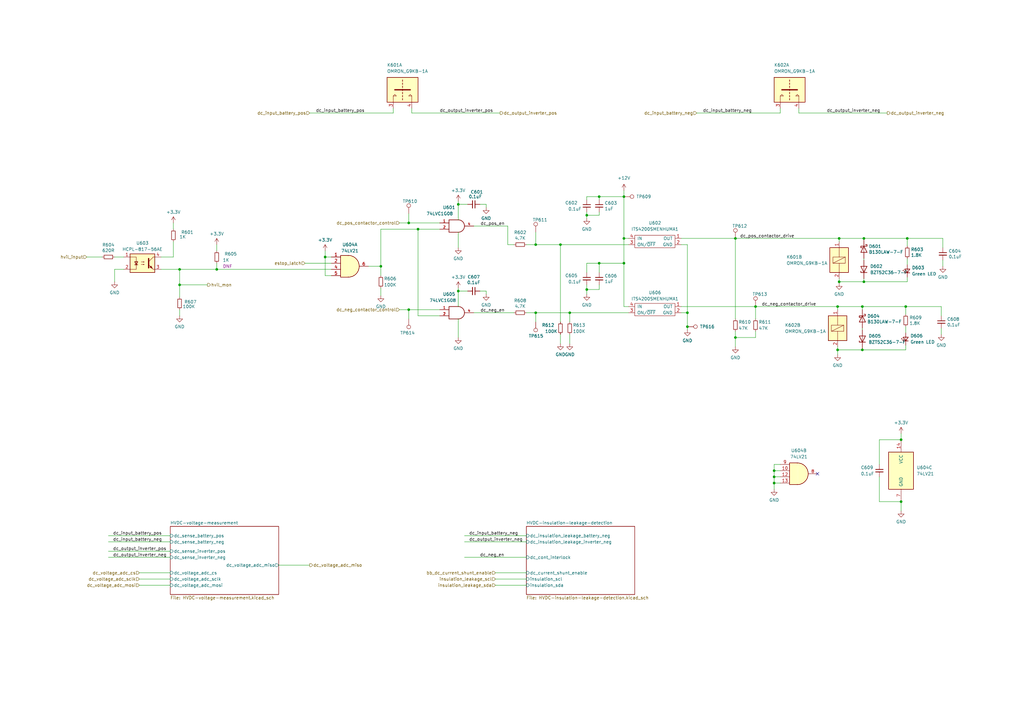
<source format=kicad_sch>
(kicad_sch (version 20230121) (generator eeschema)
  (paper "A3")
  (title_block (title "xx-xxx-PCB-001 Charger Control (HV1) Board") (date "2023-10-18") (rev "0.a") (company "Indra Renewable Technologies Ltd"))
  (lib_symbols
    (symbol "+12V_1" (power) (pin_names (offset 0))
      (property "Value" "+12V_1" (at 0 3.556 0))
      (symbol "+12V_1_1_1"
        (pin power_in line (at 0 0 90) (length 0) hide (name "+12V") (number "1"))
      )
    )
    (symbol "+3.3V_1" (power) (pin_names (offset 0))
      (property "Value" "+3.3V_1" (at 0 3.556 0))
      (symbol "+3.3V_1_1_1"
        (pin power_in line (at 0 0 90) (length 0) hide (name "+3.3V") (number "1"))
      )
    )
    (symbol "74xGxx:74LVC1G08" (pin_names (offset 1.016))
      (property "Reference" "U" (at -2.54 3.81 0))
      (property "Value" "74LVC1G08" (at 0 -3.81 0))
      (symbol "74LVC1G08_1_1"
        (pin input line (at -7.62 1.27 0) (length 3.81) (name "~") (number "1"))
        (pin input line (at -7.62 -1.27 0) (length 3.81) (name "~") (number "2"))
        (pin power_in line (at 0 -2.54 270) (length 0) hide (name "GND") (number "3"))
        (pin output line (at 6.35 0 180) (length 3.81) (name "~") (number "4"))
        (pin power_in line (at 0 2.54 90) (length 0) hide (name "VCC") (number "5"))
      )
    )
    (symbol "Connector:TestPoint" (pin_numbers hide) (pin_names (offset 0.762) hide)
      (property "Reference" "TP" (at 0 6.858 0))
      (property "Value" "TestPoint" (at 0 5.08 0))
      (symbol "TestPoint_1_1"
        (pin passive line (at 0 0 90) (length 2.54) (name "1") (number "1"))
      )
    )
    (symbol "Device:C_Small" (pin_numbers hide) (pin_names (offset 0.254) hide)
      (property "Reference" "C" (at 0.254 1.778 0))
      (property "Value" "C_Small" (at 0.254 -2.032 0))
      (symbol "C_Small_1_1"
        (pin passive line (at 0 2.54 270) (length 2.032) (name "~") (number "1"))
        (pin passive line (at 0 -2.54 90) (length 2.032) (name "~") (number "2"))
      )
    )
    (symbol "Device:D_Schottky" (pin_numbers hide) (pin_names (offset 1.016) hide)
      (property "Reference" "D" (at 0 2.54 0))
      (property "Value" "D_Schottky" (at 0 -2.54 0))
      (symbol "D_Schottky_1_1"
        (pin passive line (at -3.81 0 0) (length 2.54) (name "K") (number "1"))
        (pin passive line (at 3.81 0 180) (length 2.54) (name "A") (number "2"))
      )
    )
    (symbol "Device:D_Zener" (pin_numbers hide) (pin_names (offset 1.016) hide)
      (property "Reference" "D" (at 0 2.54 0))
      (property "Value" "D_Zener" (at 0 -2.54 0))
      (symbol "D_Zener_1_1"
        (pin passive line (at -3.81 0 0) (length 2.54) (name "K") (number "1"))
        (pin passive line (at 3.81 0 180) (length 2.54) (name "A") (number "2"))
      )
    )
    (symbol "Device:LED_Small" (pin_numbers hide) (pin_names (offset 0.254) hide)
      (property "Reference" "D" (at -1.27 3.175 0))
      (property "Value" "LED_Small" (at -4.445 -2.54 0))
      (symbol "LED_Small_1_1"
        (pin passive line (at -2.54 0 0) (length 1.778) (name "K") (number "1"))
        (pin passive line (at 2.54 0 180) (length 1.778) (name "A") (number "2"))
      )
    )
    (symbol "Device:R_Small" (pin_numbers hide) (pin_names (offset 0.254) hide)
      (property "Reference" "R" (at 0.762 0.508 0))
      (property "Value" "R_Small" (at 0.762 -1.016 0))
      (symbol "R_Small_1_1"
        (pin passive line (at 0 2.54 270) (length 0.762) (name "~") (number "1"))
        (pin passive line (at 0 -2.54 90) (length 0.762) (name "~") (number "2"))
      )
    )
    (symbol "GND_1" (power) (pin_names (offset 0))
      (property "Value" "GND_1" (at 0 -3.81 0))
      (symbol "GND_1_1_1"
        (pin power_in line (at 0 0 270) (length 0) hide (name "GND") (number "1"))
      )
    )
    (symbol "hw-v2x-play1_1-power-board:74LV21" (pin_names (offset 1.016))
      (property "Reference" "U604" (at 0 9.525 0))
      (property "Value" "74LV21" (at 0 7.2136 0))
      (symbol "74LV21_1_1"
        (pin input line (at -7.62 3.81 0) (length 3.81) (name "~") (number "1"))
        (pin input line (at -7.62 1.27 0) (length 3.81) (name "~") (number "2"))
        (pin input line (at -7.62 -1.27 0) (length 3.81) (name "~") (number "4"))
        (pin input line (at -7.62 -3.81 0) (length 3.81) (name "~") (number "5"))
        (pin output line (at 7.62 0 180) (length 3.81) (name "~") (number "6"))
      )
      (symbol "74LV21_1_2"
        (pin input inverted (at -7.62 3.81 0) (length 3.81) (name "~") (number "1"))
        (pin input inverted (at -7.62 1.27 0) (length 4.826) (name "~") (number "2"))
        (pin input inverted (at -7.62 -1.27 0) (length 4.826) (name "~") (number "4"))
        (pin input inverted (at -7.62 -3.81 0) (length 3.81) (name "~") (number "5"))
      )
      (symbol "74LV21_2_1"
        (pin input line (at -7.62 1.27 0) (length 3.81) (name "~") (number "10"))
        (pin input line (at -7.62 -1.27 0) (length 3.81) (name "~") (number "12"))
        (pin input line (at -7.62 -3.81 0) (length 3.81) (name "~") (number "13"))
        (pin output line (at 7.62 0 180) (length 3.81) (name "~") (number "8"))
        (pin input line (at -7.62 3.81 0) (length 3.81) (name "~") (number "9"))
      )
      (symbol "74LV21_2_2"
        (pin input inverted (at -7.62 1.27 0) (length 4.826) (name "~") (number "10"))
        (pin input inverted (at -7.62 -1.27 0) (length 4.826) (name "~") (number "12"))
        (pin input inverted (at -7.62 -3.81 0) (length 3.81) (name "~") (number "13"))
        (pin input inverted (at -7.62 3.81 0) (length 3.81) (name "~") (number "9"))
      )
      (symbol "74LV21_3_0"
        (pin power_in line (at 0 12.7 270) (length 5.08) (name "VCC") (number "14"))
        (pin power_in line (at 0 -12.7 90) (length 5.08) (name "GND") (number "7"))
      )
    )
    (symbol "hw-v2x-play1_1-power-board:HCPL-817-56AE"
      (property "Reference" "U603" (at 0 8.255 0))
      (property "Value" "HCPL-817-56AE" (at 0 5.9436 0))
      (symbol "HCPL-817-56AE_1_1"
        (pin passive line (at -7.62 2.54 0) (length 2.54) (name "~") (number "1"))
        (pin passive line (at -7.62 -2.54 0) (length 2.54) (name "~") (number "2"))
        (pin passive line (at 7.62 -2.54 180) (length 2.54) (name "~") (number "3"))
        (pin passive line (at 7.62 2.54 180) (length 2.54) (name "~") (number "4"))
      )
    )
    (symbol "hw-v2x-play1_1-power-board:ITS4200SMENHUMA1" (pin_names (offset 1.016))
      (property "Reference" "U602" (at 1.905 11.43 0))
      (property "Value" "ITS4200SMENHUMA1" (at 1.905 8.89 0))
      (symbol "ITS4200SMENHUMA1_1_1"
        (pin power_out line (at 12.7 5.08 180) (length 2.4892) (name "OUT") (number "1"))
        (pin power_in line (at 12.7 2.54 180) (length 2.4892) (name "GND") (number "2"))
        (pin input line (at -8.89 2.54 0) (length 2.4892) (name "ON/~{OFF}") (number "3"))
        (pin power_in line (at -8.89 5.08 0) (length 2.4892) (name "IN") (number "4"))
      )
    )
    (symbol "hw-v2x-play1_1-power-board:OMRON_G9KB-1A" (pin_names (offset 0.9906) hide)
      (property "Reference" "K1301" (at -2.54 5.08 0))
      (property "Value" "OMRON_G9KB-1A" (at 0 2.54 0))
      (symbol "OMRON_G9KB-1A_1_1"
        (pin passive line (at -3.81 -11.43 90) (length 2.54) (name "~") (number "3"))
        (pin passive line (at 3.81 -11.43 90) (length 2.54) (name "~") (number "4"))
      )
      (symbol "OMRON_G9KB-1A_2_1"
        (pin passive line (at 0 0 0) (length 2.54) (name "~") (number "1"))
        (pin passive line (at 15.24 0 180) (length 2.54) (name "~") (number "2"))
      )
    )
  )
  (junction (at 167.64 127))
  (junction (at 317.5 193.04))
  (junction (at 344.17 115.57))
  (junction (at 229.87 100.33))
  (junction (at 156.21 109.22))
  (junction (at 187.96 83.82))
  (junction (at 73.66 116.84))
  (junction (at 255.905 97.79))
  (junction (at 187.96 119.38))
  (junction (at 317.5 195.58))
  (junction (at 281.94 133.985))
  (junction (at 343.535 125.73))
  (junction (at 245.745 107.95))
  (junction (at 309.88 125.73))
  (junction (at 369.57 180.34))
  (junction (at 73.66 110.49))
  (junction (at 219.71 100.33))
  (junction (at 133.35 105.41))
  (junction (at 371.475 125.73))
  (junction (at 317.5 198.12))
  (junction (at 369.57 205.74))
  (junction (at 255.905 107.95))
  (junction (at 301.625 97.79))
  (junction (at 167.64 91.44))
  (junction (at 240.665 88.265))
  (junction (at 344.17 97.79))
  (junction (at 354.33 115.57))
  (junction (at 353.695 143.51))
  (junction (at 171.45 93.98))
  (junction (at 233.68 128.27))
  (junction (at 240.665 118.745))
  (junction (at 301.625 138.43))
  (junction (at 353.695 125.73))
  (junction (at 219.71 128.27))
  (junction (at 372.11 97.79))
  (junction (at 255.905 80.645))
  (junction (at 343.535 143.51))
  (junction (at 354.33 97.79))
  (junction (at 245.745 80.645))
  (junction (at 88.9 110.49))
  (junction (at 281.94 128.27))
  (no_connect (at 335.28 194.31))
  (wire (pts (xy 279.4 125.73) (xy 309.88 125.73)))
  (wire (pts (xy 240.665 118.745) (xy 240.665 120.65)))
  (wire (pts (xy 156.21 109.22) (xy 156.21 93.98)))
  (wire (pts (xy 133.35 105.41) (xy 133.35 113.03)))
  (wire (pts (xy 371.475 143.51) (xy 353.695 143.51)))
  (wire (pts (xy 199.39 83.82) (xy 199.39 85.09)))
  (wire (pts (xy 35.56 105.41) (xy 41.91 105.41)))
  (wire (pts (xy 57.15 237.49) (xy 69.85 237.49)))
  (wire (pts (xy 180.34 129.54) (xy 171.45 129.54)))
  (wire (pts (xy 301.625 97.79) (xy 344.17 97.79)))
  (wire (pts (xy 44.45 226.06) (xy 69.85 226.06)))
  (wire (pts (xy 245.745 80.645) (xy 240.665 80.645)))
  (wire (pts (xy 229.87 132.08) (xy 229.87 100.33)))
  (wire (pts (xy 187.96 138.43) (xy 187.96 130.81)))
  (wire (pts (xy 309.88 135.89) (xy 309.88 138.43)))
  (wire (pts (xy 240.665 116.84) (xy 240.665 118.745)))
  (wire (pts (xy 171.45 93.98) (xy 171.45 129.54)))
  (wire (pts (xy 353.695 134.62) (xy 353.695 135.255)))
  (wire (pts (xy 371.475 125.73) (xy 371.475 128.905)))
  (wire (pts (xy 66.04 105.41) (xy 71.12 105.41)))
  (wire (pts (xy 240.665 118.745) (xy 245.745 118.745)))
  (wire (pts (xy 369.57 177.8) (xy 369.57 180.34)))
  (wire (pts (xy 343.535 143.51) (xy 343.535 145.415)))
  (wire (pts (xy 190.5 222.25) (xy 215.9 222.25)))
  (wire (pts (xy 372.11 97.79) (xy 372.11 100.965)))
  (wire (pts (xy 71.12 91.44) (xy 71.12 93.98)))
  (wire (pts (xy 168.91 44.45) (xy 168.91 46.355)))
  (wire (pts (xy 344.17 99.06) (xy 344.17 97.79)))
  (wire (pts (xy 240.665 88.265) (xy 240.665 89.535)))
  (wire (pts (xy 73.66 110.49) (xy 73.66 116.84)))
  (wire (pts (xy 156.21 109.22) (xy 156.21 113.03)))
  (wire (pts (xy 44.45 219.71) (xy 69.85 219.71)))
  (wire (pts (xy 354.33 106.045) (xy 354.33 106.68)))
  (wire (pts (xy 167.64 130.81) (xy 167.64 127)))
  (wire (pts (xy 73.66 129.54) (xy 73.66 127)))
  (wire (pts (xy 156.21 121.285) (xy 156.21 118.11)))
  (wire (pts (xy 196.85 119.38) (xy 199.39 119.38)))
  (wire (pts (xy 233.68 128.27) (xy 257.81 128.27)))
  (wire (pts (xy 372.11 115.57) (xy 354.33 115.57)))
  (wire (pts (xy 187.96 82.55) (xy 187.96 83.82)))
  (wire (pts (xy 127 46.355) (xy 161.29 46.355)))
  (wire (pts (xy 168.91 46.355) (xy 205.105 46.355)))
  (wire (pts (xy 167.64 91.44) (xy 180.34 91.44)))
  (wire (pts (xy 191.77 119.38) (xy 187.96 119.38)))
  (wire (pts (xy 372.11 97.79) (xy 386.715 97.79)))
  (wire (pts (xy 46.99 105.41) (xy 50.8 105.41)))
  (wire (pts (xy 386.715 101.6) (xy 386.715 97.79)))
  (wire (pts (xy 354.33 97.79) (xy 372.11 97.79)))
  (wire (pts (xy 71.12 99.06) (xy 71.12 105.41)))
  (wire (pts (xy 320.04 190.5) (xy 317.5 190.5)))
  (wire (pts (xy 369.57 205.74) (xy 369.57 209.55)))
  (wire (pts (xy 208.28 92.71) (xy 208.28 100.33)))
  (wire (pts (xy 327.66 46.355) (xy 363.855 46.355)))
  (wire (pts (xy 191.77 83.82) (xy 187.96 83.82)))
  (wire (pts (xy 354.33 98.425) (xy 354.33 97.79)))
  (wire (pts (xy 320.04 198.12) (xy 317.5 198.12)))
  (wire (pts (xy 279.4 100.33) (xy 281.94 100.33)))
  (wire (pts (xy 255.905 97.79) (xy 255.905 107.95)))
  (wire (pts (xy 161.29 44.45) (xy 161.29 46.355)))
  (wire (pts (xy 255.905 107.95) (xy 255.905 125.73)))
  (wire (pts (xy 245.745 116.84) (xy 245.745 118.745)))
  (wire (pts (xy 187.96 83.82) (xy 187.96 90.17)))
  (wire (pts (xy 171.45 93.98) (xy 180.34 93.98)))
  (wire (pts (xy 353.695 142.875) (xy 353.695 143.51)))
  (wire (pts (xy 343.535 127) (xy 343.535 125.73)))
  (wire (pts (xy 229.87 140.97) (xy 229.87 137.16)))
  (wire (pts (xy 309.88 125.73) (xy 343.535 125.73)))
  (wire (pts (xy 219.71 128.27) (xy 219.71 132.08)))
  (wire (pts (xy 281.94 128.27) (xy 279.4 128.27)))
  (wire (pts (xy 240.665 107.95) (xy 245.745 107.95)))
  (wire (pts (xy 245.745 81.915) (xy 245.745 80.645)))
  (wire (pts (xy 317.5 193.04) (xy 317.5 195.58)))
  (wire (pts (xy 66.04 110.49) (xy 73.66 110.49)))
  (wire (pts (xy 196.85 83.82) (xy 199.39 83.82)))
  (wire (pts (xy 88.9 107.95) (xy 88.9 110.49)))
  (wire (pts (xy 281.94 128.27) (xy 281.94 133.985)))
  (wire (pts (xy 343.535 125.73) (xy 353.695 125.73)))
  (wire (pts (xy 151.13 109.22) (xy 156.21 109.22)))
  (wire (pts (xy 156.21 93.98) (xy 171.45 93.98)))
  (wire (pts (xy 187.96 101.6) (xy 187.96 95.25)))
  (wire (pts (xy 371.475 125.73) (xy 386.08 125.73)))
  (wire (pts (xy 187.96 119.38) (xy 187.96 118.11)))
  (wire (pts (xy 279.4 97.79) (xy 301.625 97.79)))
  (wire (pts (xy 317.5 190.5) (xy 317.5 193.04)))
  (wire (pts (xy 371.475 133.985) (xy 371.475 136.525)))
  (wire (pts (xy 219.71 100.33) (xy 229.87 100.33)))
  (wire (pts (xy 372.11 113.665) (xy 372.11 115.57)))
  (wire (pts (xy 46.99 115.57) (xy 46.99 110.49)))
  (wire (pts (xy 163.83 127) (xy 167.64 127)))
  (wire (pts (xy 135.89 107.95) (xy 125.095 107.95)))
  (wire (pts (xy 320.04 193.04) (xy 317.5 193.04)))
  (wire (pts (xy 285.75 46.355) (xy 320.04 46.355)))
  (wire (pts (xy 203.2 237.49) (xy 215.9 237.49)))
  (wire (pts (xy 203.2 240.03) (xy 215.9 240.03)))
  (wire (pts (xy 199.39 119.38) (xy 199.39 120.65)))
  (wire (pts (xy 190.5 219.71) (xy 215.9 219.71)))
  (wire (pts (xy 219.71 128.27) (xy 233.68 128.27)))
  (wire (pts (xy 327.66 46.355) (xy 327.66 44.45)))
  (wire (pts (xy 73.66 110.49) (xy 88.9 110.49)))
  (wire (pts (xy 245.745 107.95) (xy 245.745 111.76)))
  (wire (pts (xy 114.3 231.775) (xy 127 231.775)))
  (wire (pts (xy 85.09 116.84) (xy 73.66 116.84)))
  (wire (pts (xy 240.665 88.265) (xy 240.665 86.995)))
  (wire (pts (xy 167.64 127) (xy 180.34 127)))
  (wire (pts (xy 360.68 205.74) (xy 369.57 205.74)))
  (wire (pts (xy 73.66 116.84) (xy 73.66 121.92)))
  (wire (pts (xy 44.45 222.25) (xy 69.85 222.25)))
  (wire (pts (xy 281.94 100.33) (xy 281.94 128.27)))
  (wire (pts (xy 343.535 142.24) (xy 343.535 143.51)))
  (wire (pts (xy 240.665 80.645) (xy 240.665 81.915)))
  (wire (pts (xy 46.99 110.49) (xy 50.8 110.49)))
  (wire (pts (xy 255.905 80.645) (xy 245.745 80.645)))
  (wire (pts (xy 344.17 115.57) (xy 354.33 115.57)))
  (wire (pts (xy 133.35 102.87) (xy 133.35 105.41)))
  (wire (pts (xy 317.5 195.58) (xy 320.04 195.58)))
  (wire (pts (xy 88.9 100.33) (xy 88.9 102.87)))
  (wire (pts (xy 229.87 100.33) (xy 257.81 100.33)))
  (wire (pts (xy 245.745 88.265) (xy 240.665 88.265)))
  (wire (pts (xy 344.17 97.79) (xy 354.33 97.79)))
  (wire (pts (xy 57.15 240.03) (xy 69.85 240.03)))
  (wire (pts (xy 360.68 190.5) (xy 360.68 180.34)))
  (wire (pts (xy 215.9 128.27) (xy 219.71 128.27)))
  (wire (pts (xy 386.715 106.68) (xy 386.715 109.22)))
  (wire (pts (xy 360.68 180.34) (xy 369.57 180.34)))
  (wire (pts (xy 163.83 91.44) (xy 167.64 91.44)))
  (wire (pts (xy 245.745 107.95) (xy 255.905 107.95)))
  (wire (pts (xy 344.17 115.57) (xy 344.17 116.205)))
  (wire (pts (xy 386.08 129.54) (xy 386.08 125.73)))
  (wire (pts (xy 353.695 125.73) (xy 371.475 125.73)))
  (wire (pts (xy 203.2 234.95) (xy 215.9 234.95)))
  (wire (pts (xy 301.625 142.24) (xy 301.625 138.43)))
  (wire (pts (xy 44.45 228.6) (xy 69.85 228.6)))
  (wire (pts (xy 317.5 195.58) (xy 317.5 198.12)))
  (wire (pts (xy 281.94 135.255) (xy 281.94 133.985)))
  (wire (pts (xy 301.625 97.79) (xy 301.625 130.81)))
  (wire (pts (xy 187.96 119.38) (xy 187.96 125.73)))
  (wire (pts (xy 309.88 130.81) (xy 309.88 125.73)))
  (wire (pts (xy 386.08 134.62) (xy 386.08 137.16)))
  (wire (pts (xy 344.17 114.3) (xy 344.17 115.57)))
  (wire (pts (xy 317.5 198.12) (xy 317.5 200.66)))
  (wire (pts (xy 133.35 105.41) (xy 135.89 105.41)))
  (wire (pts (xy 354.33 114.3) (xy 354.33 115.57)))
  (wire (pts (xy 233.68 128.27) (xy 233.68 132.08)))
  (wire (pts (xy 360.68 195.58) (xy 360.68 205.74)))
  (wire (pts (xy 233.68 140.97) (xy 233.68 137.16)))
  (wire (pts (xy 371.475 141.605) (xy 371.475 143.51)))
  (wire (pts (xy 194.31 128.27) (xy 210.82 128.27)))
  (wire (pts (xy 215.9 100.33) (xy 219.71 100.33)))
  (wire (pts (xy 372.11 106.045) (xy 372.11 108.585)))
  (wire (pts (xy 255.905 97.79) (xy 257.81 97.79)))
  (wire (pts (xy 245.745 88.265) (xy 245.745 86.995)))
  (wire (pts (xy 343.535 143.51) (xy 353.695 143.51)))
  (wire (pts (xy 88.9 110.49) (xy 135.89 110.49)))
  (wire (pts (xy 240.665 111.76) (xy 240.665 107.95)))
  (wire (pts (xy 210.82 100.33) (xy 208.28 100.33)))
  (wire (pts (xy 257.81 125.73) (xy 255.905 125.73)))
  (wire (pts (xy 57.15 234.95) (xy 69.85 234.95)))
  (wire (pts (xy 309.88 138.43) (xy 301.625 138.43)))
  (wire (pts (xy 190.5 228.6) (xy 215.9 228.6)))
  (wire (pts (xy 255.905 78.105) (xy 255.905 80.645)))
  (wire (pts (xy 301.625 138.43) (xy 301.625 135.89)))
  (wire (pts (xy 353.695 127) (xy 353.695 125.73)))
  (wire (pts (xy 219.71 95.25) (xy 219.71 100.33)))
  (wire (pts (xy 208.28 92.71) (xy 194.31 92.71)))
  (wire (pts (xy 167.64 87.63) (xy 167.64 91.44)))
  (wire (pts (xy 255.905 80.645) (xy 255.905 97.79)))
  (wire (pts (xy 135.89 113.03) (xy 133.35 113.03)))
  (wire (pts (xy 320.04 44.45) (xy 320.04 46.355)))
  (label "dc_neg_en" (at 207.01 128.27 180))
  (label "dc_input_battery_pos" (at 129.54 46.355 0))
  (label "dc_input_battery_neg" (at 46.355 222.25 0))
  (label "dc_neg_en" (at 196.85 228.6 0))
  (label "dc_pos_contactor_drive" (at 303.53 97.79 0))
  (label "dc_pos_en" (at 207.01 92.71 180))
  (label "dc_input_battery_neg" (at 192.405 219.71 0))
  (label "dc_output_inverter_pos" (at 180.34 46.355 0))
  (label "dc_output_inverter_neg" (at 192.405 222.25 0))
  (label "dc_output_inverter_neg" (at 339.09 46.355 0))
  (label "dc_neg_contactor_drive" (at 312.42 125.73 0))
  (label "dc_output_inverter_neg" (at 46.355 228.6 0))
  (label "dc_input_battery_pos" (at 46.355 219.71 0))
  (label "dc_output_inverter_pos" (at 46.355 226.06 0))
  (label "dc_input_battery_neg" (at 288.29 46.355 0))
  (hierarchical_label "dc_voltage_adc_cs" (shape input) (at 57.15 234.95 180))
  (hierarchical_label "dc_output_inverter_neg" (shape output) (at 363.855 46.355 0))
  (hierarchical_label "dc_pos_contactor_control" (shape input) (at 163.83 91.44 180))
  (hierarchical_label "dc_voltage_adc_mosi" (shape input) (at 57.15 240.03 180))
  (hierarchical_label "hvil_mon" (shape output) (at 85.09 116.84 0))
  (hierarchical_label "hvil_input" (shape input) (at 35.56 105.41 180))
  (hierarchical_label "dc_voltage_adc_sclk" (shape input) (at 57.15 237.49 180))
  (hierarchical_label "dc_input_battery_pos" (shape input) (at 127 46.355 180))
  (hierarchical_label "dc_voltage_adc_miso" (shape output) (at 127 231.775 0))
  (hierarchical_label "insulation_leakage_sda" (shape input) (at 203.2 240.03 180))
  (hierarchical_label "bb_dc_current_shunt_enable" (shape input) (at 203.2 234.95 180))
  (hierarchical_label "dc_input_battery_neg" (shape input) (at 285.75 46.355 180))
  (hierarchical_label "dc_output_inverter_pos" (shape output) (at 205.105 46.355 0))
  (hierarchical_label "dc_neg_contactor_control" (shape input) (at 163.83 127 180))
  (hierarchical_label "insulation_leakage_scl" (shape input) (at 203.2 237.49 180))
  (hierarchical_label "estop_latch" (shape input) (at 125.095 107.95 180))
  (symbol (lib_id "Device:LED_Small") (at 372.11 111.125 90) (unit 1)
    (property "Reference" "D603" (at 374.015 109.7914 90) (effects (justify right)))
    (property "Value" "Green LED" (at 374.015 112.3314 90) (effects (justify right)))
    (property "Footprint" "LED_SMD:LED_0603_1608Metric" (effects hide))
    (property "Manufacturer" "Inolux" (effects hide))
    (property "Manufacturer Part Number" "IN-S63AT5G" (effects hide))
    (property "Voltage" "2V" (effects hide))
    (property "Characteristics" "5mA" (effects hide))
    (instances (project "hw-v2x-power-board-high-v" (path "" (reference "D603") (unit 1))) (project "hw-v2x-power-board" (path "" (reference "D1304") (unit 1))))
  )
  (symbol (lib_id "Device:D_Zener") (at 354.33 110.49 90) (unit 1)
    (property "Reference" "D602" (at 356.87 109.2199 90) (effects (justify right)))
    (property "Value" "BZT52C36-7-F" (at 356.87 111.7599 90) (effects (justify right)))
    (property "Footprint" "Diode_SMD:D_SOD-123" (effects hide))
    (property "Datasheet" "https://www.farnell.com/datasheets/2704937.pdf" (effects hide))
    (property "Manufacturer" "Diodes Inc" (effects hide))
    (property "Manufacturer Part Number" "BZT52C36-7-F" (effects hide))
    (property "Voltage" "36V" (effects hide))
    (property "Power" "500mW" (effects hide))
    (instances (project "hw-v2x-power-board-high-v" (path "" (reference "D602") (unit 1))) (project "hw-v2x-power-board" (path "" (reference "D1306") (unit 1))))
  )
  (symbol (lib_id "hw-v2x-play1_1-power-board:OMRON_G9KB-1A") (at 323.85 33.02 0) (unit 1)
    (property "Reference" "K602" (at 317.5 26.67 0) (effects (justify left)))
    (property "Value" "OMRON_G9KB-1A" (at 317.5 29.21 0) (effects (justify left)))
    (property "Footprint" "hw-v2x-play1_1-power-board:G9KB-1A_DCxx" (effects hide))
    (property "Datasheet" "https://components.omron.com/eu-en/datasheet_pdf/K340-E1.pdf" (effects hide))
    (property "Manufacturer" "OMRON" (effects hide))
    (property "Manfuacturer Part Number" "G9KB-1A-DC12" (effects hide))
  )
  (symbol (lib_name "GND_1") (lib_id "power:GND") (at 240.665 120.65 0) (unit 1)
    (property "Reference" "#PWR0230" (effects hide))
    (property "Value" "GND" (at 240.665 125.095 0))
    (instances (project "hw-v2x-power-board-high-v" (path "" (reference "#PWR0230") (unit 1)) (path "" (reference "#PWR0636") (unit 1))))
  )
  (symbol (lib_name "GND_1") (lib_id "power:GND") (at 301.625 142.24 0) (unit 1)
    (property "Reference" "#PWR0230" (effects hide))
    (property "Value" "GND" (at 301.625 146.685 0))
    (instances (project "hw-v2x-power-board-high-v" (path "" (reference "#PWR0230") (unit 1)) (path "" (reference "#PWR0639") (unit 1))))
  )
  (symbol (lib_name "+12V_1") (lib_id "power:+12V") (at 255.905 78.105 0) (unit 1)
    (property "Reference" "#PWR0613" (effects hide))
    (property "Value" "+12V" (at 255.905 73.025 0))
  )
  (symbol (lib_id "Device:C_Small") (at 360.68 193.04 0) (unit 1)
    (property "Reference" "C609" (at 353.06 191.77 0) (effects (justify left)))
    (property "Value" "0.1uF" (at 353.06 194.31 0) (effects (justify left)))
    (property "Footprint" "Capacitor_SMD:C_0402_1005Metric" (effects hide))
    (property "Voltage" "50V" (effects hide))
    (property "Characteristics" "X7R" (effects hide))
    (property "Tolerance" "10%" (effects hide))
    (instances (project "hw-v2x-power-board-high-v" (path "" (reference "C609") (unit 1))) (project "hw-v2x-power-board" (path "" (reference "C1305") (unit 1))))
  )
  (symbol (lib_name "GND_1") (lib_id "power:GND") (at 46.99 115.57 0) (unit 1)
    (property "Reference" "#PWR0230" (effects hide))
    (property "Value" "GND" (at 46.99 120.015 0))
    (instances (project "hw-v2x-power-board-high-v" (path "" (reference "#PWR0230") (unit 1)) (path "" (reference "#PWR0627") (unit 1))))
  )
  (symbol (lib_id "Device:R_Small") (at 372.11 103.505 180) (unit 1)
    (property "Reference" "R603" (at 373.6086 102.3366 0) (effects (justify right)))
    (property "Value" "1.8K" (at 373.6086 104.648 0) (effects (justify right)))
    (property "Footprint" "Resistor_SMD:R_0603_1608Metric" (effects hide))
    (property "Tolerance" "1%" (effects hide))
    (property "Voltage" "50V" (effects hide))
    (instances (project "hw-v2x-power-board-high-v" (path "" (reference "R603") (unit 1))) (project "hw-v2x-power-board" (path "" (reference "R1313") (unit 1))))
  )
  (symbol (lib_id "Connector:TestPoint") (at 167.64 130.81 180) (unit 1)
    (property "Reference" "TP614" (at 170.18 136.525 0) (effects (justify left)))
    (property "Value" "TestPoint" (effects hide))
    (property "Footprint" "hw-v5mobo-cem-demo:TestPoint_Pad_FD1.0mm_BD2.0mm_TH_with_pos" (effects hide))
    (instances (project "hw-v2x-power-board-high-v" (path "" (reference "TP614") (unit 1))) (project "hw-v2x-power-board" (path "" (reference "TP1302") (unit 1))))
  )
  (symbol (lib_id "hw-v2x-play1_1-power-board:OMRON_G9KB-1A") (at 344.17 99.06 270) (unit 2)
    (property "Reference" "K601" (at 322.58 105.41 90) (effects (justify left)))
    (property "Value" "OMRON_G9KB-1A" (at 322.58 107.95 90) (effects (justify left)))
    (property "Footprint" "hw-v2x-play1_1-power-board:G9KB-1A_DCxx" (effects hide))
    (property "Datasheet" "https://components.omron.com/eu-en/datasheet_pdf/K340-E1.pdf" (effects hide))
    (property "Manufacturer" "OMRON" (effects hide))
    (property "Manfuacturer Part Number" "G9KB-1A-DC12" (effects hide))
  )
  (symbol (lib_name "+3.3V_1") (lib_id "power:+3.3V") (at 369.57 177.8 0) (unit 1)
    (property "Reference" "#PWR0611" (effects hide))
    (property "Value" "+3.3V" (at 369.57 173.355 0))
  )
  (symbol (lib_id "Device:R_Small") (at 301.625 133.35 0) (unit 1)
    (property "Reference" "R610" (at 302.895 132.08 0) (effects (justify left)))
    (property "Value" "47K" (at 302.895 134.62 0) (effects (justify left)))
    (property "Footprint" "Resistor_SMD:R_0402_1005Metric" (effects hide))
    (property "Tolerance" "1%" (effects hide))
    (property "Voltage" "50V" (effects hide))
    (instances (project "hw-v2x-power-board-high-v" (path "" (reference "R610") (unit 1))) (project "hw-v2x-power-board" (path "" (reference "R1310") (unit 1))))
  )
  (symbol (lib_id "Device:R_Small") (at 88.9 105.41 180) (unit 1)
    (property "Reference" "R605" (at 94.615 104.14 0))
    (property "Value" "1K" (at 92.71 106.68 0))
    (property "Footprint" "Resistor_SMD:R_0402_1005Metric" (effects hide))
    (property "Tolerance" "1%" (effects hide))
    (property "Variant" "DNF" (at 93.345 109.22 0))
    (property "Voltage" "50V" (effects hide))
    (instances (project "hw-v2x-power-board-high-v" (path "" (reference "R605") (unit 1))) (project "hw-v2x-power-board" (path "" (reference "R1304") (unit 1))))
  )
  (symbol (lib_id "Connector:TestPoint") (at 255.905 80.645 270) (unit 1)
    (property "Reference" "TP609" (at 260.985 80.645 90) (effects (justify left)))
    (property "Value" "TestPoint" (effects hide))
    (property "Footprint" "hw-v5mobo-cem-demo:TestPoint_Pad_FD1.0mm_BD2.0mm_TH_with_pos" (effects hide))
    (instances (project "hw-v2x-power-board-high-v" (path "" (reference "TP609") (unit 1))) (project "hw-v2x-power-board" (path "" (reference "TP1305") (unit 1))))
  )
  (symbol (lib_name "+3.3V_1") (lib_id "power:+3.3V") (at 88.9 100.33 0) (unit 1)
    (property "Reference" "#PWR0604" (effects hide))
    (property "Value" "+3.3V" (at 88.9 95.885 0))
  )
  (symbol (lib_id "Device:R_Small") (at 44.45 105.41 270) (unit 1)
    (property "Reference" "R604" (at 44.45 100.4316 90))
    (property "Value" "620R" (at 44.45 102.743 90))
    (property "Footprint" "Resistor_SMD:R_1206_3216Metric" (effects hide))
    (property "Tolerance" "1%" (effects hide))
    (property "Voltage" "50V" (effects hide))
    (instances (project "hw-v2x-power-board-high-v" (path "" (reference "R604") (unit 1))) (project "hw-v2x-power-board" (path "" (reference "R1301") (unit 1))))
  )
  (symbol (lib_id "74xGxx:74LVC1G08") (at 187.96 92.71 0) (unit 1)
    (property "Reference" "U601" (at 184.15 85.09 0))
    (property "Value" "74LVC1G08" (at 180.34 87.63 0))
    (property "Footprint" "Package_TO_SOT_SMD:SOT-23-5" (effects hide))
    (property "Datasheet" "http://www.ti.com/lit/sg/scyt129e/scyt129e.pdf" (effects hide))
    (property "Manufacturer" "Nexperia" (effects hide))
    (property "Manufacturer Part Number" "74LVC1G08GW" (effects hide))
    (instances (project "hw-v2x-power-board-high-v" (path "" (reference "U601") (unit 1))) (project "hw-v2x-power-board" (path "" (reference "U1303") (unit 1))))
  )
  (symbol (lib_id "Device:R_Small") (at 213.36 100.33 270) (unit 1)
    (property "Reference" "R602" (at 213.36 95.3516 90))
    (property "Value" "4.7K" (at 213.36 97.663 90))
    (property "Footprint" "Resistor_SMD:R_0402_1005Metric" (effects hide))
    (property "Tolerance" "1%" (effects hide))
    (property "Voltage" "50V" (effects hide))
    (instances (project "hw-v2x-power-board-high-v" (path "" (reference "R602") (unit 1))) (project "hw-v2x-power-board" (path "" (reference "R1306") (unit 1))))
  )
  (symbol (lib_id "hw-v2x-play1_1-power-board:OMRON_G9KB-1A") (at 343.535 127 270) (unit 2)
    (property "Reference" "K602" (at 321.945 133.35 90) (effects (justify left)))
    (property "Value" "OMRON_G9KB-1A" (at 321.945 135.89 90) (effects (justify left)))
    (property "Footprint" "hw-v2x-play1_1-power-board:G9KB-1A_DCxx" (effects hide))
    (property "Datasheet" "https://components.omron.com/eu-en/datasheet_pdf/K340-E1.pdf" (effects hide))
    (property "Manufacturer" "OMRON" (effects hide))
    (property "Manfuacturer Part Number" "G9KB-1A-DC12" (effects hide))
  )
  (symbol (lib_name "GND_1") (lib_id "power:GND") (at 386.08 137.16 0) (unit 1)
    (property "Reference" "#PWR0230" (effects hide))
    (property "Value" "GND" (at 386.08 141.605 0))
    (instances (project "hw-v2x-power-board-high-v" (path "" (reference "#PWR0230") (unit 1)) (path "" (reference "#PWR0643") (unit 1))))
  )
  (symbol (lib_name "GND_1") (lib_id "power:GND") (at 317.5 200.66 0) (unit 1)
    (property "Reference" "#PWR0230" (effects hide))
    (property "Value" "GND" (at 317.5 205.105 0))
    (instances (project "hw-v2x-power-board-high-v" (path "" (reference "#PWR0230") (unit 1)) (path "" (reference "#PWR0645") (unit 1))))
  )
  (symbol (lib_name "GND_1") (lib_id "power:GND") (at 187.96 138.43 0) (unit 1)
    (property "Reference" "#PWR0230" (effects hide))
    (property "Value" "GND" (at 187.96 142.875 0))
    (instances (project "hw-v2x-power-board-high-v" (path "" (reference "#PWR0230") (unit 1)) (path "" (reference "#PWR0632") (unit 1))))
  )
  (symbol (lib_name "+3.3V_1") (lib_id "power:+3.3V") (at 133.35 102.87 0) (unit 1)
    (property "Reference" "#PWR0607" (effects hide))
    (property "Value" "+3.3V" (at 133.35 98.425 0))
  )
  (symbol (lib_name "GND_1") (lib_id "power:GND") (at 386.715 109.22 0) (unit 1)
    (property "Reference" "#PWR0230" (effects hide))
    (property "Value" "GND" (at 386.715 113.665 0))
    (instances (project "hw-v2x-power-board-high-v" (path "" (reference "#PWR0230") (unit 1)) (path "" (reference "#PWR0641") (unit 1))))
  )
  (symbol (lib_id "Device:R_Small") (at 71.12 96.52 180) (unit 1)
    (property "Reference" "R601" (at 76.835 95.25 0))
    (property "Value" "1K" (at 74.93 97.155 0))
    (property "Footprint" "Resistor_SMD:R_0402_1005Metric" (effects hide))
    (property "Tolerance" "1%" (effects hide))
    (property "Voltage" "50V" (effects hide))
    (instances (project "hw-v2x-power-board-high-v" (path "" (reference "R601") (unit 1))) (project "hw-v2x-power-board" (path "" (reference "R1302") (unit 1))))
  )
  (symbol (lib_id "Device:R_Small") (at 73.66 124.46 180) (unit 1)
    (property "Reference" "R607" (at 78.105 123.825 0))
    (property "Value" "100K" (at 77.47 125.73 0))
    (property "Footprint" "Resistor_SMD:R_0402_1005Metric" (effects hide))
    (property "Tolerance" "1%" (effects hide))
    (property "Voltage" "50V" (effects hide))
    (instances (project "hw-v2x-power-board-high-v" (path "" (reference "R607") (unit 1))) (project "hw-v2x-power-board" (path "" (reference "R1303") (unit 1))))
  )
  (symbol (lib_id "Device:R_Small") (at 309.88 133.35 0) (unit 1)
    (property "Reference" "R611" (at 311.15 132.08 0) (effects (justify left)))
    (property "Value" "47K" (at 311.15 134.62 0) (effects (justify left)))
    (property "Footprint" "Resistor_SMD:R_0402_1005Metric" (effects hide))
    (property "Tolerance" "1%" (effects hide))
    (property "Voltage" "50V" (effects hide))
    (instances (project "hw-v2x-power-board-high-v" (path "" (reference "R611") (unit 1))) (project "hw-v2x-power-board" (path "" (reference "R1311") (unit 1))))
  )
  (symbol (lib_id "Device:C_Small") (at 194.31 83.82 270) (unit 1)
    (property "Reference" "C601" (at 195.58 78.74 90))
    (property "Value" "0.1uF" (at 194.945 80.645 90))
    (property "Footprint" "Capacitor_SMD:C_0402_1005Metric" (effects hide))
    (property "Voltage" "50V" (effects hide))
    (property "Characteristics" "X7R" (effects hide))
    (property "Tolerance" "10%" (effects hide))
    (instances (project "hw-v2x-power-board-high-v" (path "" (reference "C601") (unit 1))) (project "hw-v2x-power-board" (path "" (reference "C1301") (unit 1))))
  )
  (symbol (lib_name "+3.3V_1") (lib_id "power:+3.3V") (at 187.96 118.11 0) (unit 1)
    (property "Reference" "#PWR0610" (effects hide))
    (property "Value" "+3.3V" (at 187.96 113.665 0))
  )
  (symbol (lib_name "GND_1") (lib_id "power:GND") (at 187.96 101.6 0) (unit 1)
    (property "Reference" "#PWR0230" (effects hide))
    (property "Value" "GND" (at 187.96 106.045 0))
    (instances (project "hw-v2x-power-board-high-v" (path "" (reference "#PWR0230") (unit 1)) (path "" (reference "#PWR0630") (unit 1))))
  )
  (symbol (lib_id "hw-v2x-play1_1-power-board:74LV21") (at 327.66 194.31 0) (unit 2)
    (property "Reference" "U604" (at 327.6503 184.785 0))
    (property "Value" "74LV21" (at 327.6503 187.325 0))
    (property "Footprint" "Package_SO:SO-14_3.9x8.65mm_P1.27mm" (effects hide))
    (property "Datasheet" "https://www.ti.com/lit/ds/symlink/sn74lv21a.pdf" (effects hide))
    (property "Manufacturer" "TI" (effects hide))
    (property "Manufacturer Part Number" "SN74LV21ADR" (effects hide))
  )
  (symbol (lib_id "hw-v2x-play1_1-power-board:74LV21") (at 143.51 109.22 0) (unit 1)
    (property "Reference" "U604" (at 143.5003 100.33 0))
    (property "Value" "74LV21" (at 143.5003 102.87 0))
    (property "Footprint" "Package_SO:SO-14_3.9x8.65mm_P1.27mm" (effects hide))
    (property "Datasheet" "https://www.ti.com/lit/ds/symlink/sn74lv21a.pdf" (effects hide))
    (property "Manufacturer" "TI" (effects hide))
    (property "Manufacturer Part Number" "SN74LV21ADR" (effects hide))
  )
  (symbol (lib_id "Device:C_Small") (at 240.665 114.3 0) (unit 1)
    (property "Reference" "C605" (at 231.775 113.03 0) (effects (justify left)))
    (property "Value" "0.1uF" (at 233.045 115.57 0) (effects (justify left)))
    (property "Footprint" "Capacitor_SMD:C_0402_1005Metric" (effects hide))
    (property "Voltage" "50V" (effects hide))
    (property "Characteristics" "X7R" (effects hide))
    (property "Tolerance" "10%" (effects hide))
    (instances (project "hw-v2x-power-board-high-v" (path "" (reference "C605") (unit 1))) (project "hw-v2x-power-board" (path "" (reference "C2") (unit 1))))
  )
  (symbol (lib_id "Device:R_Small") (at 156.21 115.57 0) (unit 1)
    (property "Reference" "R606" (at 157.48 114.3 0) (effects (justify left)))
    (property "Value" "100K" (at 157.48 116.84 0) (effects (justify left)))
    (property "Footprint" "Resistor_SMD:R_0402_1005Metric" (effects hide))
    (property "Tolerance" "1%" (effects hide))
    (property "Voltage" "50V" (effects hide))
    (instances (project "hw-v2x-power-board-high-v" (path "" (reference "R606") (unit 1))) (project "hw-v2x-power-board" (path "" (reference "R1305") (unit 1))))
  )
  (symbol (lib_id "Device:C_Small") (at 194.31 119.38 270) (unit 1)
    (property "Reference" "C607" (at 194.31 113.5634 90))
    (property "Value" "0.1uF" (at 194.31 115.8748 90))
    (property "Footprint" "Capacitor_SMD:C_0402_1005Metric" (effects hide))
    (property "Voltage" "50V" (effects hide))
    (property "Characteristics" "X7R" (effects hide))
    (property "Tolerance" "10%" (effects hide))
    (instances (project "hw-v2x-power-board-high-v" (path "" (reference "C607") (unit 1))) (project "hw-v2x-power-board" (path "" (reference "C1302") (unit 1))))
  )
  (symbol (lib_name "GND_1") (lib_id "power:GND") (at 229.87 140.97 0) (unit 1)
    (property "Reference" "#PWR0230" (effects hide))
    (property "Value" "GND" (at 229.87 145.415 0))
    (instances (project "hw-v2x-power-board-high-v" (path "" (reference "#PWR0230") (unit 1)) (path "" (reference "#PWR0634") (unit 1))))
  )
  (symbol (lib_id "Device:D_Schottky") (at 354.33 102.235 270) (unit 1)
    (property "Reference" "D601" (at 356.3366 101.0666 90) (effects (justify left)))
    (property "Value" "B130LAW-7-F" (at 356.3366 103.378 90) (effects (justify left)))
    (property "Footprint" "Diode_SMD:D_SOD-123" (effects hide))
    (property "Datasheet" "https://www.diodes.com/assets/Datasheets/ds30308.pdf" (effects hide))
    (property "Manufacturer" "Diodes Inc." (effects hide))
    (property "Manufacturer Part Number" "B130LAW-7-F" (effects hide))
    (instances (project "hw-v2x-power-board-high-v" (path "" (reference "D601") (unit 1))) (project "hw-v2x-power-board" (path "" (reference "D1302") (unit 1))))
  )
  (symbol (lib_name "GND_1") (lib_id "power:GND") (at 240.665 89.535 0) (unit 1)
    (property "Reference" "#PWR0230" (effects hide))
    (property "Value" "GND" (at 240.665 93.98 0))
    (instances (project "hw-v2x-power-board-high-v" (path "" (reference "#PWR0230") (unit 1)) (path "" (reference "#PWR0637") (unit 1))))
  )
  (symbol (lib_name "GND_1") (lib_id "power:GND") (at 156.21 121.285 0) (unit 1)
    (property "Reference" "#PWR0230" (effects hide))
    (property "Value" "GND" (at 156.21 125.73 0))
    (instances (project "hw-v2x-power-board-high-v" (path "" (reference "#PWR0230") (unit 1)) (path "" (reference "#PWR0633") (unit 1))))
  )
  (symbol (lib_name "GND_1") (lib_id "power:GND") (at 233.68 140.97 0) (unit 1)
    (property "Reference" "#PWR0230" (effects hide))
    (property "Value" "GND" (at 233.68 145.415 0))
    (instances (project "hw-v2x-power-board-high-v" (path "" (reference "#PWR0230") (unit 1)) (path "" (reference "#PWR0635") (unit 1))))
  )
  (symbol (lib_id "hw-v2x-play1_1-power-board:ITS4200SMENHUMA1") (at 266.7 102.87 0) (unit 1)
    (property "Reference" "U602" (at 268.605 91.44 0))
    (property "Value" "ITS4200SMENHUMA1" (at 268.605 93.98 0))
    (property "Footprint" "Package_TO_SOT_SMD:SOT-223" (effects hide))
    (property "Manufacturer" "Infineon" (effects hide))
    (property "Manufacturer Part Number" "ITS4200SMENHUMA1" (effects hide))
  )
  (symbol (lib_name "+3.3V_1") (lib_id "power:+3.3V") (at 71.12 91.44 0) (unit 1)
    (property "Reference" "#PWR0603" (effects hide))
    (property "Value" "+3.3V" (at 71.12 86.995 0))
  )
  (symbol (lib_id "hw-v2x-play1_1-power-board:ITS4200SMENHUMA1") (at 266.7 130.81 0) (unit 1)
    (property "Reference" "U606" (at 268.605 120.015 0))
    (property "Value" "ITS4200SMENHUMA1" (at 268.605 122.555 0))
    (property "Footprint" "Package_TO_SOT_SMD:SOT-223" (effects hide))
    (property "Manufacturer" "Infineon" (effects hide))
    (property "Manufacturer Part Number" "ITS4200SMENHUMA1" (effects hide))
  )
  (symbol (lib_name "GND_1") (lib_id "power:GND") (at 73.66 129.54 0) (unit 1)
    (property "Reference" "#PWR0230" (effects hide))
    (property "Value" "GND" (at 73.66 133.985 0))
    (instances (project "hw-v2x-power-board-high-v" (path "" (reference "#PWR0230") (unit 1)) (path "" (reference "#PWR0628") (unit 1))))
  )
  (symbol (lib_id "Device:R_Small") (at 229.87 134.62 0) (unit 1)
    (property "Reference" "R612" (at 222.25 133.35 0) (effects (justify left)))
    (property "Value" "100K" (at 223.52 135.89 0) (effects (justify left)))
    (property "Footprint" "Resistor_SMD:R_0402_1005Metric" (effects hide))
    (property "Tolerance" "1%" (effects hide))
    (property "Voltage" "50V" (effects hide))
    (instances (project "hw-v2x-power-board-high-v" (path "" (reference "R612") (unit 1))) (project "hw-v2x-power-board" (path "" (reference "R1308") (unit 1))))
  )
  (symbol (lib_id "hw-v2x-play1_1-power-board:74LV21") (at 369.57 193.04 0) (unit 3)
    (property "Reference" "U604" (at 375.92 191.77 0) (effects (justify left)))
    (property "Value" "74LV21" (at 375.92 194.31 0) (effects (justify left)))
    (property "Footprint" "Package_SO:SO-14_3.9x8.65mm_P1.27mm" (effects hide))
    (property "Datasheet" "https://www.ti.com/lit/ds/symlink/sn74lv21a.pdf" (effects hide))
    (property "Manufacturer" "TI" (effects hide))
    (property "Manufacturer Part Number" "SN74LV21ADR" (effects hide))
  )
  (symbol (lib_id "Device:C_Small") (at 240.665 84.455 0) (unit 1)
    (property "Reference" "C602" (at 231.775 83.185 0) (effects (justify left)))
    (property "Value" "0.1uF" (at 233.045 85.725 0) (effects (justify left)))
    (property "Footprint" "Capacitor_SMD:C_0402_1005Metric" (effects hide))
    (property "Voltage" "50V" (effects hide))
    (property "Characteristics" "X7R" (effects hide))
    (property "Tolerance" "10%" (effects hide))
    (instances (project "hw-v2x-power-board-high-v" (path "" (reference "C602") (unit 1))) (project "hw-v2x-power-board" (path "" (reference "C1303") (unit 1))))
  )
  (symbol (lib_id "Device:C_Small") (at 386.715 104.14 0) (unit 1)
    (property "Reference" "C604" (at 389.0518 102.9716 0) (effects (justify left)))
    (property "Value" "0.1uF" (at 389.0518 105.283 0) (effects (justify left)))
    (property "Footprint" "Capacitor_SMD:C_0402_1005Metric" (effects hide))
    (property "Characteristics" "X7R" (effects hide))
    (property "Voltage" "50V" (effects hide))
    (property "Tolerance" "10%" (effects hide))
    (instances (project "hw-v2x-power-board-high-v" (path "" (reference "C604") (unit 1))) (project "hw-v2x-power-board" (path "" (reference "C1307") (unit 1))))
  )
  (symbol (lib_id "Device:C_Small") (at 245.745 114.3 0) (unit 1)
    (property "Reference" "C606" (at 247.9802 113.1316 0) (effects (justify left)))
    (property "Value" "1uF" (at 247.9802 115.443 0) (effects (justify left)))
    (property "Footprint" "Capacitor_SMD:C_0603_1608Metric" (effects hide))
    (property "Voltage" "25V" (effects hide))
    (property "Characteristics" "X5R" (effects hide))
    (property "Tolerance" "10%" (effects hide))
    (instances (project "hw-v2x-power-board-high-v" (path "" (reference "C606") (unit 1))) (project "hw-v2x-power-board" (path "" (reference "C3") (unit 1))))
  )
  (symbol (lib_id "Device:R_Small") (at 233.68 134.62 0) (unit 1)
    (property "Reference" "R613" (at 234.95 133.35 0) (effects (justify left)))
    (property "Value" "100K" (at 234.95 135.89 0) (effects (justify left)))
    (property "Footprint" "Resistor_SMD:R_0402_1005Metric" (effects hide))
    (property "Tolerance" "1%" (effects hide))
    (property "Voltage" "50V" (effects hide))
    (instances (project "hw-v2x-power-board-high-v" (path "" (reference "R613") (unit 1))) (project "hw-v2x-power-board" (path "" (reference "R1309") (unit 1))))
  )
  (symbol (lib_id "Connector:TestPoint") (at 219.71 95.25 0) (unit 1)
    (property "Reference" "TP611" (at 218.44 90.17 0) (effects (justify left)))
    (property "Value" "TestPoint" (effects hide))
    (property "Footprint" "hw-v5mobo-cem-demo:TestPoint_Pad_FD1.0mm_BD2.0mm_TH_with_pos" (effects hide))
    (instances (project "hw-v2x-power-board-high-v" (path "" (reference "TP611") (unit 1))) (project "hw-v2x-power-board" (path "" (reference "TP1303") (unit 1))))
  )
  (symbol (lib_name "GND_1") (lib_id "power:GND") (at 199.39 120.65 0) (unit 1)
    (property "Reference" "#PWR0230" (effects hide))
    (property "Value" "GND" (at 199.39 125.095 0))
    (instances (project "hw-v2x-power-board-high-v" (path "" (reference "#PWR0230") (unit 1)) (path "" (reference "#PWR0631") (unit 1))))
  )
  (symbol (lib_name "GND_1") (lib_id "power:GND") (at 369.57 209.55 0) (unit 1)
    (property "Reference" "#PWR0230" (effects hide))
    (property "Value" "GND" (at 369.57 213.995 0))
    (instances (project "hw-v2x-power-board-high-v" (path "" (reference "#PWR0230") (unit 1)) (path "" (reference "#PWR0644") (unit 1))))
  )
  (symbol (lib_id "Connector:TestPoint") (at 301.625 97.79 0) (unit 1)
    (property "Reference" "TP612" (at 300.355 92.71 0) (effects (justify left)))
    (property "Value" "TestPoint" (effects hide))
    (property "Footprint" "hw-v5mobo-cem-demo:TestPoint_Pad_FD1.0mm_BD2.0mm_TH_with_pos" (effects hide))
    (instances (project "hw-v2x-power-board-high-v" (path "" (reference "TP612") (unit 1))) (project "hw-v2x-power-board" (path "" (reference "TP1307") (unit 1))))
  )
  (symbol (lib_id "Device:C_Small") (at 386.08 132.08 0) (unit 1)
    (property "Reference" "C608" (at 388.4168 130.9116 0) (effects (justify left)))
    (property "Value" "0.1uF" (at 388.4168 133.223 0) (effects (justify left)))
    (property "Footprint" "Capacitor_SMD:C_0402_1005Metric" (effects hide))
    (property "Characteristics" "X7R" (effects hide))
    (property "Voltage" "50V" (effects hide))
    (property "Tolerance" "10%" (effects hide))
    (instances (project "hw-v2x-power-board-high-v" (path "" (reference "C608") (unit 1))) (project "hw-v2x-power-board" (path "" (reference "C1306") (unit 1))))
  )
  (symbol (lib_id "Device:R_Small") (at 371.475 131.445 180) (unit 1)
    (property "Reference" "R609" (at 372.9736 130.2766 0) (effects (justify right)))
    (property "Value" "1.8K" (at 372.9736 132.588 0) (effects (justify right)))
    (property "Footprint" "Resistor_SMD:R_0603_1608Metric" (effects hide))
    (property "Tolerance" "1%" (effects hide))
    (property "Voltage" "50V" (effects hide))
    (instances (project "hw-v2x-power-board-high-v" (path "" (reference "R609") (unit 1))) (project "hw-v2x-power-board" (path "" (reference "R1312") (unit 1))))
  )
  (symbol (lib_id "Device:D_Schottky") (at 353.695 130.81 270) (unit 1)
    (property "Reference" "D604" (at 355.7016 129.6416 90) (effects (justify left)))
    (property "Value" "B130LAW-7-F" (at 355.7016 131.953 90) (effects (justify left)))
    (property "Footprint" "Diode_SMD:D_SOD-123" (effects hide))
    (property "Datasheet" "https://www.diodes.com/assets/Datasheets/ds30308.pdf" (effects hide))
    (property "Manufacturer" "Diodes Inc." (effects hide))
    (property "Manufacturer Part Number" "B130LAW-7-F" (effects hide))
    (instances (project "hw-v2x-power-board-high-v" (path "" (reference "D604") (unit 1))) (project "hw-v2x-power-board" (path "" (reference "D1301") (unit 1))))
  )
  (symbol (lib_id "Connector:TestPoint") (at 219.71 132.08 180) (unit 1)
    (property "Reference" "TP615" (at 222.885 137.795 0) (effects (justify left)))
    (property "Value" "TestPoint" (effects hide))
    (property "Footprint" "hw-v5mobo-cem-demo:TestPoint_Pad_FD1.0mm_BD2.0mm_TH_with_pos" (effects hide))
    (instances (project "hw-v2x-power-board-high-v" (path "" (reference "TP615") (unit 1))) (project "hw-v2x-power-board" (path "" (reference "TP1304") (unit 1))))
  )
  (symbol (lib_name "GND_1") (lib_id "power:GND") (at 343.535 145.415 0) (unit 1)
    (property "Reference" "#PWR0230" (effects hide))
    (property "Value" "GND" (at 343.535 149.86 0))
    (instances (project "hw-v2x-power-board-high-v" (path "" (reference "#PWR0230") (unit 1)) (path "" (reference "#PWR0642") (unit 1))))
  )
  (symbol (lib_id "Device:D_Zener") (at 353.695 139.065 90) (unit 1)
    (property "Reference" "D605" (at 356.235 137.7949 90) (effects (justify right)))
    (property "Value" "BZT52C36-7-F" (at 356.235 140.3349 90) (effects (justify right)))
    (property "Footprint" "Diode_SMD:D_SOD-123" (effects hide))
    (property "Datasheet" "https://www.farnell.com/datasheets/2704937.pdf" (effects hide))
    (property "Manufacturer" "Diodes Inc" (effects hide))
    (property "Manufacturer Part Number" "BZT52C36-7-F" (effects hide))
    (property "Voltage" "36V" (effects hide))
    (property "Power" "500mW" (effects hide))
    (instances (project "hw-v2x-power-board-high-v" (path "" (reference "D605") (unit 1))) (project "hw-v2x-power-board" (path "" (reference "D1305") (unit 1))))
  )
  (symbol (lib_name "GND_1") (lib_id "power:GND") (at 281.94 135.255 0) (unit 1)
    (property "Reference" "#PWR0230" (effects hide))
    (property "Value" "GND" (at 281.94 139.7 0))
    (instances (project "hw-v2x-power-board-high-v" (path "" (reference "#PWR0230") (unit 1)) (path "" (reference "#PWR0638") (unit 1))))
  )
  (symbol (lib_name "GND_1") (lib_id "power:GND") (at 344.17 116.205 0) (unit 1)
    (property "Reference" "#PWR0230" (effects hide))
    (property "Value" "GND" (at 344.17 120.65 0))
    (instances (project "hw-v2x-power-board-high-v" (path "" (reference "#PWR0230") (unit 1)) (path "" (reference "#PWR0640") (unit 1))))
  )
  (symbol (lib_id "74xGxx:74LVC1G08") (at 187.96 128.27 0) (unit 1)
    (property "Reference" "U605" (at 184.15 120.65 0))
    (property "Value" "74LVC1G08" (at 181.61 123.19 0))
    (property "Footprint" "Package_TO_SOT_SMD:SOT-23-5" (effects hide))
    (property "Datasheet" "http://www.ti.com/lit/sg/scyt129e/scyt129e.pdf" (effects hide))
    (property "Manufacturer" "Nexperia" (effects hide))
    (property "Manufacturer Part Number" "74LVC1G08GW" (effects hide))
    (instances (project "hw-v2x-power-board-high-v" (path "" (reference "U605") (unit 1))) (project "hw-v2x-power-board" (path "" (reference "U1304") (unit 1))))
  )
  (symbol (lib_id "hw-v2x-play1_1-power-board:HCPL-817-56AE") (at 58.42 107.95 0) (unit 1)
    (property "Reference" "U603" (at 58.42 99.695 0))
    (property "Value" "HCPL-817-56AE" (at 58.42 102.235 0))
    (property "Footprint" "Package_SO:SO-4_7.6x3.6mm_P2.54mm" (effects hide))
    (property "Datasheet" "http://www.farnell.com/datasheets/1266126.pdf" (effects hide))
    (property "Manufacturer" "Broadcom" (effects hide))
    (property "Manufacturer Part Number" "HCPL-817-56AE" (effects hide))
  )
  (symbol (lib_id "hw-v2x-play1_1-power-board:OMRON_G9KB-1A") (at 165.1 33.02 0) (unit 1)
    (property "Reference" "K601" (at 158.75 26.67 0) (effects (justify left)))
    (property "Value" "OMRON_G9KB-1A" (at 158.75 29.21 0) (effects (justify left)))
    (property "Footprint" "hw-v2x-play1_1-power-board:G9KB-1A_DCxx" (effects hide))
    (property "Datasheet" "https://components.omron.com/eu-en/datasheet_pdf/K340-E1.pdf" (effects hide))
    (property "Manufacturer" "OMRON" (effects hide))
    (property "Manfuacturer Part Number" "G9KB-1A-DC12" (effects hide))
  )
  (symbol (lib_id "Connector:TestPoint") (at 309.88 125.73 0) (unit 1)
    (property "Reference" "TP613" (at 308.61 120.65 0) (effects (justify left)))
    (property "Value" "TestPoint" (effects hide))
    (property "Footprint" "hw-v5mobo-cem-demo:TestPoint_Pad_FD1.0mm_BD2.0mm_TH_with_pos" (effects hide))
    (instances (project "hw-v2x-power-board-high-v" (path "" (reference "TP613") (unit 1))) (project "hw-v2x-power-board" (path "" (reference "TP1308") (unit 1))))
  )
  (symbol (lib_name "+3.3V_1") (lib_id "power:+3.3V") (at 187.96 82.55 0) (unit 1)
    (property "Reference" "#PWR0609" (effects hide))
    (property "Value" "+3.3V" (at 187.96 78.105 0))
  )
  (symbol (lib_id "Device:LED_Small") (at 371.475 139.065 90) (unit 1)
    (property "Reference" "D606" (at 373.38 137.7314 90) (effects (justify right)))
    (property "Value" "Green LED" (at 373.38 140.2714 90) (effects (justify right)))
    (property "Footprint" "LED_SMD:LED_0603_1608Metric" (effects hide))
    (property "Manufacturer" "Inolux" (effects hide))
    (property "Manufacturer Part Number" "IN-S63AT5G" (effects hide))
    (property "Voltage" "2V" (effects hide))
    (property "Characteristics" "5mA" (effects hide))
    (instances (project "hw-v2x-power-board-high-v" (path "" (reference "D606") (unit 1))) (project "hw-v2x-power-board" (path "" (reference "D1303") (unit 1))))
  )
  (symbol (lib_name "GND_1") (lib_id "power:GND") (at 199.39 85.09 0) (unit 1)
    (property "Reference" "#PWR0230" (effects hide))
    (property "Value" "GND" (at 199.39 89.535 0))
    (instances (project "hw-v2x-power-board-high-v" (path "" (reference "#PWR0230") (unit 1)) (path "" (reference "#PWR0629") (unit 1))))
  )
  (symbol (lib_id "Connector:TestPoint") (at 167.64 87.63 0) (unit 1)
    (property "Reference" "TP610" (at 165.1 82.55 0) (effects (justify left)))
    (property "Value" "TestPoint" (effects hide))
    (property "Footprint" "hw-v5mobo-cem-demo:TestPoint_Pad_FD1.0mm_BD2.0mm_TH_with_pos" (effects hide))
    (instances (project "hw-v2x-power-board-high-v" (path "" (reference "TP610") (unit 1))) (project "hw-v2x-power-board" (path "" (reference "TP1301") (unit 1))))
  )
  (symbol (lib_id "Device:C_Small") (at 245.745 84.455 0) (unit 1)
    (property "Reference" "C603" (at 247.9802 83.2866 0) (effects (justify left)))
    (property "Value" "1uF" (at 247.9802 85.598 0) (effects (justify left)))
    (property "Footprint" "Capacitor_SMD:C_0603_1608Metric" (effects hide))
    (property "Voltage" "25V" (effects hide))
    (property "Characteristics" "X5R" (effects hide))
    (property "Tolerance" "10%" (effects hide))
    (instances (project "hw-v2x-power-board-high-v" (path "" (reference "C603") (unit 1))) (project "hw-v2x-power-board" (path "" (reference "C1304") (unit 1))))
  )
  (symbol (lib_id "Device:R_Small") (at 213.36 128.27 270) (unit 1)
    (property "Reference" "R608" (at 213.36 123.2916 90))
    (property "Value" "4.7K" (at 213.36 125.603 90))
    (property "Footprint" "Resistor_SMD:R_0402_1005Metric" (effects hide))
    (property "Tolerance" "1%" (effects hide))
    (property "Voltage" "50V" (effects hide))
    (instances (project "hw-v2x-power-board-high-v" (path "" (reference "R608") (unit 1))) (project "hw-v2x-power-board" (path "" (reference "R1307") (unit 1))))
  )
  (symbol (lib_id "Connector:TestPoint") (at 281.94 133.985 270) (unit 1)
    (property "Reference" "TP616" (at 287.02 133.985 90) (effects (justify left)))
    (property "Value" "TestPoint" (effects hide))
    (property "Footprint" "hw-v5mobo-cem-demo:TestPoint_Pad_FD1.0mm_BD2.0mm_TH_with_pos" (effects hide))
    (instances (project "hw-v2x-power-board-high-v" (path "" (reference "TP616") (unit 1))) (project "hw-v2x-power-board" (path "" (reference "TP1306") (unit 1))))
  )
  (sheet (at 69.85 215.9) (size 44.45 27.94) (stroke (width 0.1524))
    (property "Sheetname" "HVDC-voltage-measurement" (at 69.85 215.1884 0) (effects (justify left bottom)))
    (property "Sheetfile" "HVDC-voltage-measurement.kicad_sch" (at 69.85 244.4246 0) (effects (justify left top)))
    (pin "dc_sense_battery_neg" input (at 69.85 222.25 180))
    (pin "dc_sense_battery_pos" input (at 69.85 219.71 180))
    (pin "dc_sense_inverter_pos" input (at 69.85 226.06 180))
    (pin "dc_sense_inverter_neg" input (at 69.85 228.6 180))
    (pin "dc_voltage_adc_mosi" input (at 69.85 240.03 180))
    (pin "dc_voltage_adc_miso" output (at 114.3 231.775 0))
    (pin "dc_voltage_adc_sclk" input (at 69.85 237.49 180))
    (pin "dc_voltage_adc_cs" input (at 69.85 234.95 180))
  )
  (sheet (at 215.9 215.9) (size 44.45 27.94) (stroke (width 0.1524))
    (property "Sheetname" "HVDC-insulation-leakage-detection" (at 215.9 215.1884 0) (effects (justify left bottom)))
    (property "Sheetfile" "HVDC-insulation-leakage-detection.kicad_sch" (at 215.9 244.4246 0) (effects (justify left top)))
    (pin "dc_insulation_leakage_inverter_neg" input (at 215.9 222.25 180))
    (pin "dc_cont_interlock" input (at 215.9 228.6 180))
    (pin "dc_current_shunt_enable" input (at 215.9 234.95 180))
    (pin "dc_insulation_leakage_battery_neg" input (at 215.9 219.71 180))
    (pin "insulation_scl" input (at 215.9 237.49 180))
    (pin "insulation_sda" input (at 215.9 240.03 180))
  )
)
</source>
